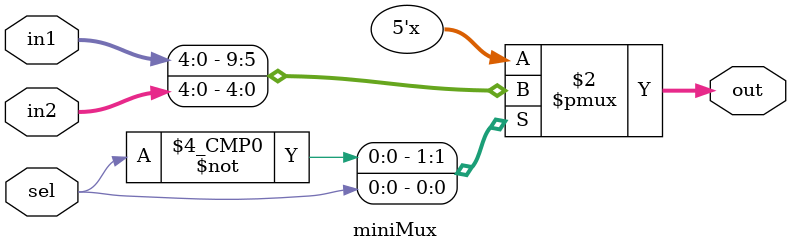
<source format=v>
module miniMux (out, in1 , in2, sel);
    
    input sel;
    input [4:0] in1,in2;
    output reg [4:0] out;
    
    always@(sel or in1 or in2)
    case (sel)
      0: out <= in1;
      1: out <= in2;
    endcase
    
endmodule
</source>
